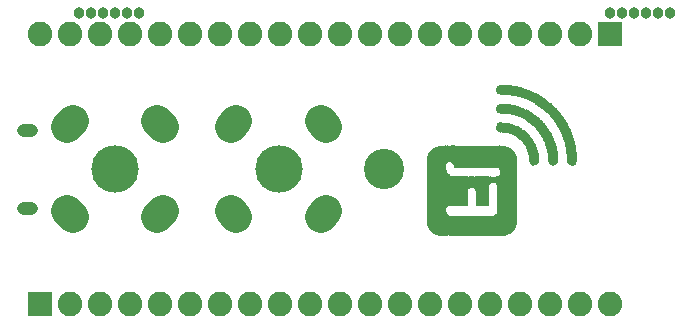
<source format=gbs>
G75*
%MOIN*%
%OFA0B0*%
%FSLAX24Y24*%
%IPPOS*%
%LPD*%
%AMOC8*
5,1,8,0,0,1.08239X$1,22.5*
%
%ADD10R,0.0010X0.2180*%
%ADD11R,0.0010X0.2260*%
%ADD12R,0.0010X0.2340*%
%ADD13R,0.0010X0.2380*%
%ADD14R,0.0010X0.2420*%
%ADD15R,0.0010X0.2460*%
%ADD16R,0.0010X0.2500*%
%ADD17R,0.0010X0.2540*%
%ADD18R,0.0010X0.2560*%
%ADD19R,0.0010X0.2600*%
%ADD20R,0.0010X0.2620*%
%ADD21R,0.0010X0.2640*%
%ADD22R,0.0010X0.2660*%
%ADD23R,0.0010X0.2680*%
%ADD24R,0.0010X0.2720*%
%ADD25R,0.0010X0.2740*%
%ADD26R,0.0010X0.2760*%
%ADD27R,0.0010X0.2780*%
%ADD28R,0.0010X0.2800*%
%ADD29R,0.0010X0.2820*%
%ADD30R,0.0010X0.2840*%
%ADD31R,0.0010X0.2860*%
%ADD32R,0.0010X0.2880*%
%ADD33R,0.0010X0.2900*%
%ADD34R,0.0010X0.2920*%
%ADD35R,0.0010X0.2940*%
%ADD36R,0.0010X0.2960*%
%ADD37R,0.0010X0.2970*%
%ADD38R,0.0010X0.2980*%
%ADD39R,0.0010X0.3000*%
%ADD40R,0.0010X0.0790*%
%ADD41R,0.0010X0.1350*%
%ADD42R,0.0010X0.0650*%
%ADD43R,0.0010X0.0770*%
%ADD44R,0.0010X0.1270*%
%ADD45R,0.0010X0.0630*%
%ADD46R,0.0010X0.0750*%
%ADD47R,0.0010X0.1220*%
%ADD48R,0.0010X0.0610*%
%ADD49R,0.0010X0.0740*%
%ADD50R,0.0010X0.1190*%
%ADD51R,0.0010X0.0600*%
%ADD52R,0.0010X0.0720*%
%ADD53R,0.0010X0.1160*%
%ADD54R,0.0010X0.0590*%
%ADD55R,0.0010X0.0710*%
%ADD56R,0.0010X0.1140*%
%ADD57R,0.0010X0.0580*%
%ADD58R,0.0010X0.1110*%
%ADD59R,0.0010X0.0570*%
%ADD60R,0.0010X0.0700*%
%ADD61R,0.0010X0.1090*%
%ADD62R,0.0010X0.0690*%
%ADD63R,0.0010X0.1080*%
%ADD64R,0.0010X0.0560*%
%ADD65R,0.0010X0.1060*%
%ADD66R,0.0010X0.1050*%
%ADD67R,0.0010X0.0680*%
%ADD68R,0.0010X0.1040*%
%ADD69R,0.0010X0.0550*%
%ADD70R,0.0010X0.1030*%
%ADD71R,0.0010X0.1020*%
%ADD72R,0.0010X0.1010*%
%ADD73R,0.0010X0.1000*%
%ADD74R,0.0010X0.0990*%
%ADD75R,0.0010X0.0980*%
%ADD76R,0.0010X0.0620*%
%ADD77R,0.0010X0.0970*%
%ADD78R,0.0010X0.0640*%
%ADD79R,0.0010X0.0730*%
%ADD80R,0.0010X0.0500*%
%ADD81R,0.0010X0.0460*%
%ADD82R,0.0010X0.0440*%
%ADD83R,0.0010X0.0430*%
%ADD84R,0.0010X0.0410*%
%ADD85R,0.0010X0.0400*%
%ADD86R,0.0010X0.0390*%
%ADD87R,0.0010X0.0380*%
%ADD88R,0.0010X0.0370*%
%ADD89R,0.0010X0.0420*%
%ADD90R,0.0010X0.0320*%
%ADD91R,0.0010X0.0290*%
%ADD92R,0.0010X0.0270*%
%ADD93R,0.0010X0.0260*%
%ADD94R,0.0010X0.0250*%
%ADD95R,0.0010X0.0240*%
%ADD96R,0.0010X0.0230*%
%ADD97R,0.0010X0.0220*%
%ADD98R,0.0010X0.0210*%
%ADD99R,0.0010X0.0200*%
%ADD100R,0.0010X0.0080*%
%ADD101R,0.0010X0.0130*%
%ADD102R,0.0010X0.0760*%
%ADD103R,0.0010X0.0170*%
%ADD104R,0.0010X0.0780*%
%ADD105R,0.0010X0.0300*%
%ADD106R,0.0010X0.0820*%
%ADD107R,0.0010X0.0340*%
%ADD108R,0.0010X0.1980*%
%ADD109R,0.0010X0.1990*%
%ADD110R,0.0010X0.2000*%
%ADD111R,0.0010X0.0280*%
%ADD112R,0.0010X0.2010*%
%ADD113R,0.0010X0.2020*%
%ADD114R,0.0010X0.2030*%
%ADD115R,0.0010X0.2050*%
%ADD116R,0.0010X0.0800*%
%ADD117R,0.0010X0.0310*%
%ADD118R,0.0010X0.2070*%
%ADD119R,0.0010X0.0830*%
%ADD120R,0.0010X0.0330*%
%ADD121R,0.0010X0.2700*%
%ADD122R,0.0010X0.0350*%
%ADD123R,0.0010X0.2580*%
%ADD124R,0.0010X0.2520*%
%ADD125R,0.0010X0.2480*%
%ADD126R,0.0010X0.2440*%
%ADD127R,0.0010X0.2400*%
%ADD128R,0.0010X0.2360*%
%ADD129R,0.0010X0.2300*%
%ADD130R,0.0010X0.0360*%
%ADD131R,0.0010X0.2220*%
%ADD132R,0.0010X0.2100*%
%ADD133R,0.0010X0.0450*%
%ADD134R,0.0010X0.0470*%
%ADD135R,0.0010X0.0490*%
%ADD136R,0.0010X0.0510*%
%ADD137R,0.0010X0.0520*%
%ADD138R,0.0010X0.0540*%
%ADD139R,0.0010X0.0670*%
%ADD140R,0.0010X0.0850*%
%ADD141R,0.0010X0.0880*%
%ADD142R,0.0010X0.0890*%
%ADD143R,0.0010X0.0870*%
%ADD144R,0.0010X0.0860*%
%ADD145R,0.0010X0.0840*%
%ADD146R,0.0010X0.0810*%
%ADD147R,0.0010X0.0480*%
%ADD148R,0.0010X0.0140*%
%ADD149R,0.0010X0.0530*%
%ADD150R,0.0010X0.0660*%
%ADD151R,0.0010X0.1070*%
%ADD152R,0.0010X0.0950*%
%ADD153R,0.0010X0.0930*%
%ADD154R,0.0010X0.0910*%
%ADD155R,0.0010X0.0960*%
%ADD156R,0.0010X0.1240*%
%ADD157R,0.0010X0.1260*%
%ADD158R,0.0010X0.1250*%
%ADD159R,0.0010X0.1230*%
%ADD160R,0.0010X0.1200*%
%ADD161R,0.0010X0.1170*%
%ADD162R,0.0010X0.1150*%
%ADD163R,0.0010X0.1130*%
%ADD164R,0.0010X0.0940*%
%ADD165R,0.0010X0.0190*%
%ADD166C,0.0380*%
%ADD167C,0.1580*%
%ADD168C,0.1080*%
%ADD169R,0.0820X0.0820*%
%ADD170C,0.0820*%
%ADD171C,0.1340*%
%ADD172C,0.0434*%
D10*
X022865Y007290D03*
D11*
X022875Y007290D03*
D12*
X022885Y007290D03*
D13*
X022895Y007290D03*
D14*
X022905Y007290D03*
D15*
X022915Y007290D03*
D16*
X022925Y007290D03*
D17*
X022935Y007290D03*
X025775Y007290D03*
D18*
X022945Y007290D03*
D19*
X022955Y007290D03*
X025755Y007290D03*
D20*
X022965Y007290D03*
D21*
X022975Y007290D03*
X025745Y007290D03*
D22*
X025735Y007290D03*
X022985Y007290D03*
D23*
X022995Y007290D03*
X025725Y007290D03*
D24*
X025705Y007290D03*
X023015Y007290D03*
X023005Y007290D03*
D25*
X023025Y007290D03*
X025695Y007290D03*
D26*
X025685Y007290D03*
X023035Y007290D03*
D27*
X023045Y007290D03*
X025665Y007290D03*
X025675Y007290D03*
D28*
X025655Y007290D03*
X023055Y007290D03*
D29*
X023065Y007290D03*
X023075Y007290D03*
X025645Y007290D03*
D30*
X025635Y007290D03*
X025625Y007290D03*
X023085Y007290D03*
D31*
X023095Y007290D03*
X023105Y007290D03*
X025605Y007290D03*
X025615Y007290D03*
D32*
X025595Y007290D03*
X023125Y007290D03*
X023115Y007290D03*
D33*
X023135Y007290D03*
X023145Y007290D03*
X025565Y007290D03*
X025575Y007290D03*
X025585Y007290D03*
D34*
X025555Y007290D03*
X025545Y007290D03*
X023165Y007290D03*
X023155Y007290D03*
D35*
X023175Y007290D03*
X023185Y007290D03*
X023195Y007290D03*
X025515Y007290D03*
X025525Y007290D03*
X025535Y007290D03*
D36*
X025505Y007290D03*
X025495Y007290D03*
X025485Y007290D03*
X023225Y007290D03*
X023215Y007290D03*
X023205Y007290D03*
D37*
X023235Y007285D03*
D38*
X023245Y007290D03*
X023255Y007290D03*
X023265Y007290D03*
X023275Y007290D03*
X023285Y007290D03*
X025435Y007290D03*
X025445Y007290D03*
X025455Y007290D03*
X025465Y007290D03*
X025475Y007290D03*
D39*
X025425Y007290D03*
X025415Y007290D03*
X025405Y007290D03*
X025395Y007290D03*
X025385Y007290D03*
X025375Y007290D03*
X025365Y007290D03*
X025355Y007290D03*
X025345Y007290D03*
X025335Y007290D03*
X025325Y007290D03*
X025315Y007290D03*
X023475Y007290D03*
X023465Y007290D03*
X023455Y007290D03*
X023445Y007290D03*
X023435Y007290D03*
X023425Y007290D03*
X023415Y007290D03*
X023405Y007290D03*
X023395Y007290D03*
X023385Y007290D03*
X023375Y007290D03*
X023365Y007290D03*
X023355Y007290D03*
X023345Y007290D03*
X023335Y007290D03*
X023325Y007290D03*
X023315Y007290D03*
X023305Y007290D03*
X023295Y007290D03*
D40*
X023485Y006185D03*
X025285Y008395D03*
X026415Y008535D03*
X027465Y009245D03*
D41*
X023485Y007345D03*
D42*
X023485Y008465D03*
X026485Y008475D03*
X027795Y008495D03*
X027385Y009425D03*
X027375Y009445D03*
D43*
X027115Y008535D03*
X025265Y008405D03*
X023495Y006175D03*
D44*
X023495Y007335D03*
D45*
X023495Y008475D03*
X026245Y008845D03*
X026805Y009165D03*
X027365Y009465D03*
X027355Y009485D03*
D46*
X027445Y009295D03*
X026865Y009025D03*
X027775Y008535D03*
X025245Y008415D03*
X023505Y006165D03*
D47*
X023505Y007330D03*
X027605Y008770D03*
D48*
X027335Y009515D03*
X026235Y008865D03*
X023735Y008485D03*
X023505Y008485D03*
D49*
X025225Y008420D03*
X025235Y008420D03*
X026445Y008510D03*
X027125Y008520D03*
X025185Y006160D03*
X023515Y006160D03*
D50*
X023515Y007325D03*
X027625Y008745D03*
D51*
X026785Y009200D03*
X027325Y009540D03*
X023725Y008490D03*
X023515Y008490D03*
D52*
X023775Y008430D03*
X023785Y008430D03*
X026265Y008780D03*
X026455Y008500D03*
X026855Y009050D03*
X027425Y009340D03*
X025165Y006150D03*
X023525Y006150D03*
D53*
X023525Y007320D03*
D54*
X023525Y008495D03*
X023715Y008495D03*
X026505Y008455D03*
X027805Y008475D03*
X026775Y009215D03*
X026765Y009235D03*
X027315Y009555D03*
D55*
X026845Y009075D03*
X027135Y008505D03*
X025155Y006145D03*
X023545Y006145D03*
X023535Y006145D03*
D56*
X023535Y007320D03*
D57*
X023535Y008500D03*
X023705Y008500D03*
X026225Y008890D03*
X027305Y009570D03*
D58*
X027665Y008695D03*
X023545Y007315D03*
D59*
X023545Y008505D03*
X023555Y008505D03*
X023685Y008505D03*
X023695Y008505D03*
X026215Y008905D03*
X026755Y009255D03*
X027295Y009585D03*
X027285Y009605D03*
X027165Y008465D03*
D60*
X027785Y008520D03*
X026465Y008490D03*
X027415Y009360D03*
X023765Y008440D03*
X023555Y006140D03*
X025135Y006140D03*
X025145Y006140D03*
D61*
X023555Y007315D03*
X026925Y008765D03*
X026935Y008745D03*
X026945Y008735D03*
D62*
X027405Y009385D03*
X025125Y006135D03*
X025115Y006135D03*
X023585Y006135D03*
X023575Y006135D03*
X023565Y006135D03*
D63*
X023565Y007310D03*
X026915Y008780D03*
X026955Y008720D03*
X027675Y008680D03*
D64*
X026745Y009270D03*
X027265Y009630D03*
X027275Y009620D03*
X026515Y008440D03*
X023675Y008510D03*
X023665Y008510D03*
X023655Y008510D03*
X023585Y008510D03*
X023575Y008510D03*
X023565Y008510D03*
D65*
X023575Y007310D03*
X026905Y008810D03*
D66*
X026985Y008685D03*
X027685Y008665D03*
X023585Y007305D03*
D67*
X023595Y006130D03*
X023605Y006130D03*
X023615Y006130D03*
X023625Y006130D03*
X023635Y006130D03*
X023645Y006130D03*
X023655Y006130D03*
X023665Y006130D03*
X023675Y006130D03*
X023685Y006130D03*
X023695Y006130D03*
X023705Y006130D03*
X023715Y006130D03*
X023725Y006130D03*
X023735Y006130D03*
X023745Y006130D03*
X023755Y006130D03*
X023765Y006130D03*
X023775Y006130D03*
X023785Y006130D03*
X023795Y006130D03*
X023805Y006130D03*
X023815Y006130D03*
X023825Y006130D03*
X023835Y006130D03*
X023845Y006130D03*
X023855Y006130D03*
X023865Y006130D03*
X023875Y006130D03*
X023885Y006130D03*
X023895Y006130D03*
X023905Y006130D03*
X023915Y006130D03*
X023925Y006130D03*
X023935Y006130D03*
X023945Y006130D03*
X023955Y006130D03*
X023965Y006130D03*
X023975Y006130D03*
X023985Y006130D03*
X023995Y006130D03*
X024005Y006130D03*
X024015Y006130D03*
X024025Y006130D03*
X024035Y006130D03*
X024045Y006130D03*
X024055Y006130D03*
X024065Y006130D03*
X024075Y006130D03*
X024085Y006130D03*
X024095Y006130D03*
X024105Y006130D03*
X024115Y006130D03*
X024125Y006130D03*
X024135Y006130D03*
X024145Y006130D03*
X024155Y006130D03*
X024165Y006130D03*
X024175Y006130D03*
X024185Y006130D03*
X024195Y006130D03*
X024205Y006130D03*
X024215Y006130D03*
X024225Y006130D03*
X024235Y006130D03*
X024245Y006130D03*
X024255Y006130D03*
X024265Y006130D03*
X024275Y006130D03*
X024285Y006130D03*
X024295Y006130D03*
X024305Y006130D03*
X024315Y006130D03*
X024325Y006130D03*
X024335Y006130D03*
X024345Y006130D03*
X024355Y006130D03*
X024365Y006130D03*
X024375Y006130D03*
X024385Y006130D03*
X024395Y006130D03*
X024405Y006130D03*
X024415Y006130D03*
X024425Y006130D03*
X024435Y006130D03*
X024445Y006130D03*
X024455Y006130D03*
X024465Y006130D03*
X024475Y006130D03*
X024485Y006130D03*
X024495Y006130D03*
X024505Y006130D03*
X024515Y006130D03*
X024525Y006130D03*
X024535Y006130D03*
X024545Y006130D03*
X024555Y006130D03*
X024565Y006130D03*
X024575Y006130D03*
X024585Y006130D03*
X024595Y006130D03*
X024605Y006130D03*
X024615Y006130D03*
X024625Y006130D03*
X024635Y006130D03*
X024645Y006130D03*
X024655Y006130D03*
X024665Y006130D03*
X024675Y006130D03*
X024685Y006130D03*
X024695Y006130D03*
X024705Y006130D03*
X024715Y006130D03*
X024725Y006130D03*
X024735Y006130D03*
X024745Y006130D03*
X024755Y006130D03*
X024765Y006130D03*
X024775Y006130D03*
X024785Y006130D03*
X024795Y006130D03*
X024805Y006130D03*
X024815Y006130D03*
X024825Y006130D03*
X024835Y006130D03*
X024845Y006130D03*
X024855Y006130D03*
X024865Y006130D03*
X024875Y006130D03*
X024885Y006130D03*
X024895Y006130D03*
X024905Y006130D03*
X024915Y006130D03*
X024925Y006130D03*
X024935Y006130D03*
X024945Y006130D03*
X024955Y006130D03*
X024965Y006130D03*
X024975Y006130D03*
X024985Y006130D03*
X024995Y006130D03*
X025005Y006130D03*
X025015Y006130D03*
X025025Y006130D03*
X025035Y006130D03*
X025045Y006130D03*
X025055Y006130D03*
X025065Y006130D03*
X025075Y006130D03*
X025085Y006130D03*
X025095Y006130D03*
X025105Y006130D03*
X026475Y008480D03*
X026835Y009100D03*
D68*
X026995Y008670D03*
X023595Y007300D03*
D69*
X023595Y008515D03*
X023605Y008515D03*
X023615Y008515D03*
X023625Y008515D03*
X023635Y008515D03*
X023645Y008515D03*
X026205Y008925D03*
X026735Y009285D03*
X027255Y009645D03*
D70*
X027525Y009015D03*
X027695Y008655D03*
X023605Y007305D03*
D71*
X023615Y007300D03*
X027005Y008660D03*
D72*
X027015Y008645D03*
X023635Y007295D03*
X023625Y007295D03*
D73*
X023645Y007290D03*
X023655Y007290D03*
X023665Y007290D03*
X027705Y008640D03*
D74*
X027025Y008635D03*
X023695Y007285D03*
X023685Y007285D03*
X023675Y007285D03*
D75*
X023705Y007280D03*
X023715Y007280D03*
X023725Y007280D03*
X023735Y007280D03*
X023745Y007280D03*
D76*
X023745Y008480D03*
X026495Y008460D03*
X027155Y008480D03*
X026795Y009180D03*
X027345Y009500D03*
D77*
X027035Y008625D03*
X027715Y008625D03*
X024915Y007275D03*
X024905Y007275D03*
X024895Y007275D03*
X024885Y007275D03*
X024875Y007275D03*
X024865Y007275D03*
X024855Y007275D03*
X024845Y007275D03*
X024835Y007275D03*
X024825Y007275D03*
X024815Y007275D03*
X024805Y007275D03*
X024795Y007275D03*
X024785Y007275D03*
X024775Y007275D03*
X024765Y007275D03*
X024755Y007275D03*
X024745Y007275D03*
X024735Y007275D03*
X024725Y007275D03*
X024715Y007275D03*
X024705Y007275D03*
X024695Y007275D03*
X024685Y007275D03*
X024675Y007275D03*
X024665Y007275D03*
X024655Y007275D03*
X024645Y007275D03*
X024635Y007275D03*
X024625Y007275D03*
X024615Y007275D03*
X024605Y007275D03*
X024595Y007275D03*
X024585Y007275D03*
X024575Y007275D03*
X024565Y007275D03*
X024555Y007275D03*
X024545Y007275D03*
X024535Y007275D03*
X024525Y007275D03*
X024515Y007275D03*
X024505Y007275D03*
X024495Y007275D03*
X024195Y007275D03*
X024185Y007275D03*
X024175Y007275D03*
X024165Y007275D03*
X024155Y007275D03*
X024145Y007275D03*
X024135Y007275D03*
X024125Y007275D03*
X024115Y007275D03*
X024105Y007275D03*
X024095Y007275D03*
X024085Y007275D03*
X024075Y007275D03*
X024065Y007275D03*
X024055Y007275D03*
X024045Y007275D03*
X024035Y007275D03*
X024025Y007275D03*
X024015Y007275D03*
X024005Y007275D03*
X023995Y007275D03*
X023985Y007275D03*
X023975Y007275D03*
X023965Y007275D03*
X023955Y007275D03*
X023945Y007275D03*
X023935Y007275D03*
X023925Y007275D03*
X023915Y007275D03*
X023905Y007275D03*
X023895Y007275D03*
X023885Y007275D03*
X023875Y007275D03*
X023865Y007275D03*
X023855Y007275D03*
X023845Y007275D03*
X023835Y007275D03*
X023825Y007275D03*
X023815Y007275D03*
X023805Y007275D03*
X023795Y007275D03*
X023785Y007275D03*
X023775Y007275D03*
X023765Y007275D03*
X023755Y007275D03*
D78*
X023755Y008470D03*
X026815Y009140D03*
D79*
X027435Y009315D03*
X025215Y008425D03*
X025205Y008425D03*
X025195Y008425D03*
X025185Y008425D03*
X025175Y008425D03*
X025165Y008425D03*
X025155Y008425D03*
X025145Y008425D03*
X025135Y008425D03*
X025125Y008425D03*
X025115Y008425D03*
X025105Y008425D03*
X025095Y008425D03*
X025085Y008425D03*
X025075Y008425D03*
X025065Y008425D03*
X025055Y008425D03*
X025045Y008425D03*
X025035Y008425D03*
X025025Y008425D03*
X025015Y008425D03*
X025005Y008425D03*
X024995Y008425D03*
X024985Y008425D03*
X024975Y008425D03*
X024965Y008425D03*
X024955Y008425D03*
X024945Y008425D03*
X024935Y008425D03*
X024925Y008425D03*
X024915Y008425D03*
X024905Y008425D03*
X024895Y008425D03*
X024885Y008425D03*
X024875Y008425D03*
X024865Y008425D03*
X024855Y008425D03*
X024845Y008425D03*
X024835Y008425D03*
X024825Y008425D03*
X024815Y008425D03*
X024805Y008425D03*
X024795Y008425D03*
X024785Y008425D03*
X024775Y008425D03*
X024765Y008425D03*
X024755Y008425D03*
X024745Y008425D03*
X024735Y008425D03*
X024725Y008425D03*
X024715Y008425D03*
X024705Y008425D03*
X024695Y008425D03*
X024685Y008425D03*
X024675Y008425D03*
X024665Y008425D03*
X024655Y008425D03*
X024645Y008425D03*
X024635Y008425D03*
X024625Y008425D03*
X024615Y008425D03*
X024605Y008425D03*
X024595Y008425D03*
X024585Y008425D03*
X024575Y008425D03*
X024565Y008425D03*
X024555Y008425D03*
X024545Y008425D03*
X024535Y008425D03*
X024525Y008425D03*
X024515Y008425D03*
X024505Y008425D03*
X024495Y008425D03*
X024485Y008425D03*
X024475Y008425D03*
X024465Y008425D03*
X024455Y008425D03*
X024445Y008425D03*
X024435Y008425D03*
X024425Y008425D03*
X024415Y008425D03*
X024405Y008425D03*
X024395Y008425D03*
X024385Y008425D03*
X024375Y008425D03*
X024365Y008425D03*
X024355Y008425D03*
X024345Y008425D03*
X024335Y008425D03*
X024325Y008425D03*
X024315Y008425D03*
X024305Y008425D03*
X024295Y008425D03*
X024285Y008425D03*
X024275Y008425D03*
X024265Y008425D03*
X024255Y008425D03*
X024245Y008425D03*
X024235Y008425D03*
X024225Y008425D03*
X024215Y008425D03*
X024205Y008425D03*
X024195Y008425D03*
X024185Y008425D03*
X024175Y008425D03*
X024165Y008425D03*
X024155Y008425D03*
X024145Y008425D03*
X024135Y008425D03*
X024125Y008425D03*
X024115Y008425D03*
X024105Y008425D03*
X024095Y008425D03*
X024085Y008425D03*
X024075Y008425D03*
X024065Y008425D03*
X024055Y008425D03*
X024045Y008425D03*
X024035Y008425D03*
X024025Y008425D03*
X024015Y008425D03*
X024005Y008425D03*
X023995Y008425D03*
X023985Y008425D03*
X023975Y008425D03*
X023965Y008425D03*
X023955Y008425D03*
X023945Y008425D03*
X023935Y008425D03*
X023925Y008425D03*
X023915Y008425D03*
X023905Y008425D03*
X023895Y008425D03*
X023885Y008425D03*
X023875Y008425D03*
X023865Y008425D03*
X023855Y008425D03*
X023845Y008425D03*
X023835Y008425D03*
X023825Y008425D03*
X023815Y008425D03*
X023805Y008425D03*
X023795Y008425D03*
X025175Y006155D03*
D80*
X024205Y007510D03*
X026155Y009000D03*
X026165Y008990D03*
X026665Y009380D03*
X027155Y009780D03*
X027165Y009770D03*
D81*
X027065Y009890D03*
X027055Y009900D03*
X027045Y009910D03*
X027035Y009920D03*
X026585Y009480D03*
X026575Y009490D03*
X026565Y009500D03*
X026115Y009050D03*
X026105Y009060D03*
X027185Y008430D03*
X024485Y007530D03*
X024215Y007530D03*
D82*
X024225Y007540D03*
X024475Y007540D03*
X026545Y008410D03*
X026085Y009080D03*
X026535Y009530D03*
X026545Y009520D03*
X026525Y009540D03*
X026515Y009550D03*
X026505Y009560D03*
X027825Y008430D03*
D83*
X026075Y009095D03*
X026065Y009105D03*
X026055Y009115D03*
X026495Y009565D03*
X026945Y010015D03*
X026955Y010005D03*
X026965Y009995D03*
X026935Y010025D03*
X026925Y010035D03*
X026915Y010045D03*
X024465Y007545D03*
X024235Y007545D03*
D84*
X024245Y007555D03*
X024445Y007555D03*
X026015Y009145D03*
X026455Y009605D03*
X026445Y009615D03*
X026435Y009625D03*
X026425Y009635D03*
X026865Y010085D03*
X026855Y010095D03*
X026845Y010105D03*
X026835Y010115D03*
X026805Y010135D03*
X026795Y010145D03*
D85*
X026785Y010150D03*
X026775Y010160D03*
X026765Y010170D03*
X026725Y010200D03*
X026815Y010130D03*
X026825Y010120D03*
X026395Y009660D03*
X026385Y009660D03*
X026375Y009670D03*
X026365Y009680D03*
X026405Y009650D03*
X026415Y009640D03*
X025995Y009170D03*
X026005Y009160D03*
X025975Y009180D03*
X024435Y007560D03*
X024265Y007560D03*
X024255Y007560D03*
D86*
X024275Y007565D03*
X024415Y007565D03*
X024425Y007565D03*
X026555Y008395D03*
X027195Y008405D03*
X025985Y009175D03*
X025965Y009185D03*
X025955Y009195D03*
X026315Y009715D03*
X026335Y009705D03*
X026345Y009695D03*
X026355Y009685D03*
X026715Y010205D03*
X026705Y010215D03*
X026735Y010195D03*
X026745Y010185D03*
X026755Y010175D03*
X026675Y010235D03*
D87*
X026685Y010230D03*
X026695Y010220D03*
X026665Y010240D03*
X026655Y010250D03*
X026645Y010260D03*
X026635Y010260D03*
X026625Y010270D03*
X026605Y010280D03*
X026595Y010290D03*
X026285Y009740D03*
X026295Y009730D03*
X026305Y009720D03*
X026325Y009710D03*
X026265Y009750D03*
X026235Y009770D03*
X025925Y009220D03*
X025935Y009210D03*
X025945Y009200D03*
X025905Y009230D03*
X024405Y007570D03*
X024395Y007570D03*
X024305Y007570D03*
X024295Y007570D03*
X024285Y007570D03*
D88*
X024315Y007575D03*
X024325Y007575D03*
X024335Y007575D03*
X024345Y007575D03*
X024355Y007575D03*
X024365Y007575D03*
X024375Y007575D03*
X024385Y007575D03*
X025865Y009255D03*
X025885Y009245D03*
X025895Y009235D03*
X025915Y009225D03*
X026255Y009755D03*
X026245Y009765D03*
X026225Y009775D03*
X026215Y009785D03*
X026205Y009785D03*
X026195Y009795D03*
X026175Y009805D03*
X026275Y009745D03*
X026615Y010275D03*
X026585Y010295D03*
X026575Y010305D03*
X026565Y010305D03*
X026555Y010315D03*
X026535Y010325D03*
X026525Y010335D03*
X026505Y010345D03*
X026485Y010355D03*
D89*
X026875Y010080D03*
X026885Y010070D03*
X026895Y010060D03*
X026905Y010050D03*
X026465Y009600D03*
X026475Y009590D03*
X026485Y009580D03*
X026035Y009130D03*
X026045Y009120D03*
X026025Y009140D03*
X024455Y007550D03*
D90*
X024925Y007600D03*
X025615Y009360D03*
X025585Y009370D03*
X025575Y009370D03*
X025565Y009370D03*
X025545Y009380D03*
X025535Y009380D03*
X025525Y009380D03*
X025515Y009380D03*
X025505Y009380D03*
X025485Y009390D03*
X025475Y009390D03*
X025465Y009390D03*
X025455Y009390D03*
X025445Y009390D03*
X025435Y009390D03*
X025355Y009400D03*
X025345Y009400D03*
X025335Y009400D03*
X025325Y009400D03*
X025325Y010030D03*
X025335Y010030D03*
X025345Y010030D03*
X025355Y010030D03*
X025365Y010030D03*
X025375Y010030D03*
X025385Y010030D03*
X025315Y010030D03*
X025465Y010020D03*
X025475Y010020D03*
X025485Y010020D03*
X025495Y010020D03*
X025505Y010020D03*
X025515Y010020D03*
X025525Y010020D03*
X025555Y010010D03*
X025565Y010010D03*
X025575Y010010D03*
X025585Y010010D03*
X025595Y010010D03*
X025605Y010010D03*
X025615Y010000D03*
X025625Y010000D03*
X025635Y010000D03*
X025645Y010000D03*
X025655Y010000D03*
X025675Y009990D03*
X025685Y009990D03*
X025695Y009990D03*
X025705Y009990D03*
X025725Y009980D03*
X025735Y009980D03*
X025745Y009980D03*
X025775Y009970D03*
X025885Y010590D03*
X025895Y010590D03*
X025905Y010590D03*
X025935Y010580D03*
X026005Y010560D03*
X025865Y010600D03*
X025855Y010600D03*
X025845Y010600D03*
X025825Y010610D03*
X025815Y010610D03*
X025805Y010610D03*
X025795Y010610D03*
X025775Y010620D03*
X025765Y010620D03*
X025755Y010620D03*
X025745Y010620D03*
X025735Y010620D03*
X025725Y010630D03*
X025715Y010630D03*
X025705Y010630D03*
X025695Y010630D03*
X025685Y010630D03*
X025675Y010630D03*
X025655Y010640D03*
X025645Y010640D03*
X025635Y010640D03*
X025625Y010640D03*
X025615Y010640D03*
X025605Y010640D03*
X025565Y010650D03*
X025555Y010650D03*
X025545Y010650D03*
X025535Y010650D03*
X025525Y010650D03*
X025515Y010650D03*
X025505Y010650D03*
X025495Y010650D03*
X025405Y010660D03*
X025395Y010660D03*
X025385Y010660D03*
X025375Y010660D03*
X025365Y010660D03*
X025355Y010660D03*
X025345Y010660D03*
X025335Y010660D03*
X025325Y010660D03*
X025315Y010660D03*
D91*
X025265Y010655D03*
X025265Y010025D03*
X025265Y009395D03*
X024935Y007615D03*
D92*
X024945Y007625D03*
X025195Y007625D03*
X025245Y009395D03*
X025245Y010025D03*
X025245Y010655D03*
D93*
X025235Y010660D03*
X025235Y010030D03*
X025235Y009400D03*
X025185Y007630D03*
X024955Y007630D03*
D94*
X024965Y007635D03*
X025175Y007635D03*
X026575Y008355D03*
D95*
X025165Y007640D03*
X024975Y007640D03*
X025225Y009400D03*
X025225Y010030D03*
X025225Y010660D03*
D96*
X025155Y007645D03*
X025145Y007645D03*
X024985Y007645D03*
D97*
X024995Y007650D03*
X025005Y007650D03*
X025125Y007650D03*
X025135Y007650D03*
X025215Y009400D03*
X025215Y010030D03*
X025215Y010660D03*
D98*
X025115Y007655D03*
X025105Y007655D03*
X025095Y007655D03*
X025085Y007655D03*
X025055Y007655D03*
X025045Y007655D03*
X025035Y007655D03*
X025025Y007655D03*
X025015Y007655D03*
D99*
X025065Y007660D03*
X025075Y007660D03*
X025205Y009400D03*
X025205Y010030D03*
X025205Y010660D03*
D100*
X025175Y010660D03*
X025175Y010030D03*
X025175Y009400D03*
D101*
X025185Y009395D03*
X025185Y010025D03*
X025185Y010655D03*
D102*
X027455Y009270D03*
X026435Y008520D03*
X025255Y008410D03*
X025195Y006170D03*
D103*
X027215Y008345D03*
X025195Y009395D03*
X025195Y010025D03*
X025195Y010655D03*
D104*
X026875Y008990D03*
X026425Y008530D03*
X025275Y008400D03*
X025205Y006180D03*
D105*
X025205Y007620D03*
X027205Y008380D03*
X025285Y009400D03*
X025275Y009400D03*
X025275Y010030D03*
X025285Y010030D03*
X025285Y010660D03*
X025275Y010660D03*
D106*
X025215Y006200D03*
D107*
X025215Y007600D03*
X027835Y008400D03*
X025775Y009300D03*
X025755Y009310D03*
X025735Y009320D03*
X025725Y009320D03*
X025715Y009330D03*
X025705Y009330D03*
X025675Y009340D03*
X025925Y009920D03*
X025935Y009920D03*
X025955Y009910D03*
X025965Y009910D03*
X025975Y009900D03*
X025985Y009900D03*
X026005Y009890D03*
X026025Y009880D03*
X025905Y009930D03*
X025875Y009940D03*
X026095Y010530D03*
X026125Y010520D03*
X026155Y010510D03*
X026175Y010500D03*
X026185Y010500D03*
X026195Y010490D03*
X026205Y010490D03*
X026215Y010490D03*
X026225Y010480D03*
X026235Y010480D03*
X026245Y010470D03*
X026255Y010470D03*
X026275Y010460D03*
X026295Y010450D03*
D108*
X025225Y006780D03*
D109*
X025235Y006785D03*
X025245Y006785D03*
D110*
X025255Y006790D03*
D111*
X025255Y009400D03*
X025255Y010030D03*
X025255Y010660D03*
D112*
X025265Y006795D03*
D113*
X025275Y006800D03*
D114*
X025285Y006805D03*
D115*
X025295Y006815D03*
D116*
X025295Y008390D03*
X027105Y008540D03*
X027765Y008550D03*
D117*
X025495Y009385D03*
X025425Y009395D03*
X025415Y009395D03*
X025405Y009395D03*
X025395Y009395D03*
X025385Y009395D03*
X025375Y009395D03*
X025365Y009395D03*
X025315Y009395D03*
X025305Y009395D03*
X025295Y009395D03*
X025295Y010025D03*
X025305Y010025D03*
X025395Y010025D03*
X025405Y010025D03*
X025415Y010025D03*
X025425Y010025D03*
X025435Y010025D03*
X025445Y010025D03*
X025455Y010025D03*
X025535Y010015D03*
X025545Y010015D03*
X025575Y010645D03*
X025585Y010645D03*
X025595Y010645D03*
X025665Y010635D03*
X025485Y010655D03*
X025475Y010655D03*
X025465Y010655D03*
X025455Y010655D03*
X025445Y010655D03*
X025435Y010655D03*
X025425Y010655D03*
X025415Y010655D03*
X025305Y010655D03*
X025295Y010655D03*
D118*
X025305Y006825D03*
D119*
X025305Y008375D03*
X026395Y008555D03*
X026885Y008955D03*
X027095Y008555D03*
X027755Y008565D03*
D120*
X026565Y008375D03*
X025695Y009335D03*
X025685Y009335D03*
X025665Y009345D03*
X025655Y009345D03*
X025645Y009355D03*
X025635Y009355D03*
X025625Y009355D03*
X025605Y009365D03*
X025595Y009365D03*
X025555Y009375D03*
X025665Y009995D03*
X025715Y009985D03*
X025755Y009975D03*
X025765Y009975D03*
X025785Y009965D03*
X025795Y009965D03*
X025805Y009965D03*
X025815Y009955D03*
X025825Y009955D03*
X025835Y009955D03*
X025845Y009945D03*
X025855Y009945D03*
X025865Y009945D03*
X025885Y009935D03*
X025895Y009935D03*
X025915Y009925D03*
X025945Y009915D03*
X026135Y010515D03*
X026145Y010515D03*
X026165Y010505D03*
X026115Y010525D03*
X026105Y010525D03*
X026085Y010535D03*
X026075Y010535D03*
X026065Y010545D03*
X026055Y010545D03*
X026045Y010545D03*
X026035Y010555D03*
X026025Y010555D03*
X026015Y010555D03*
X025995Y010565D03*
X025985Y010565D03*
X025975Y010565D03*
X025965Y010575D03*
X025955Y010575D03*
X025945Y010575D03*
X025925Y010585D03*
X025915Y010585D03*
X025875Y010595D03*
X025835Y010605D03*
X025785Y010615D03*
D121*
X025715Y007290D03*
D122*
X025825Y009275D03*
X025815Y009285D03*
X025805Y009285D03*
X025795Y009295D03*
X025785Y009295D03*
X025765Y009305D03*
X025745Y009315D03*
X026075Y009855D03*
X026085Y009855D03*
X026095Y009845D03*
X026105Y009845D03*
X026125Y009835D03*
X026065Y009865D03*
X026055Y009865D03*
X026045Y009875D03*
X026035Y009875D03*
X026015Y009885D03*
X025995Y009895D03*
X026285Y010455D03*
X026305Y010445D03*
X026315Y010445D03*
X026325Y010435D03*
X026335Y010435D03*
X026345Y010425D03*
X026355Y010425D03*
X026365Y010415D03*
X026375Y010415D03*
X026395Y010405D03*
X026415Y010395D03*
X026265Y010465D03*
D123*
X025765Y007290D03*
D124*
X025785Y007290D03*
D125*
X025795Y007290D03*
D126*
X025805Y007290D03*
D127*
X025815Y007290D03*
D128*
X025825Y007290D03*
D129*
X025835Y007290D03*
D130*
X025875Y009250D03*
X025855Y009260D03*
X025845Y009270D03*
X025835Y009270D03*
X026145Y009820D03*
X026155Y009820D03*
X026165Y009810D03*
X026185Y009800D03*
X026135Y009830D03*
X026115Y009840D03*
X026495Y010350D03*
X026515Y010340D03*
X026545Y010320D03*
X026475Y010360D03*
X026465Y010370D03*
X026455Y010370D03*
X026445Y010380D03*
X026435Y010380D03*
X026425Y010390D03*
X026405Y010400D03*
X026385Y010410D03*
D131*
X025845Y007290D03*
D132*
X025855Y007290D03*
D133*
X026095Y009075D03*
X026555Y009505D03*
X027005Y009955D03*
X027015Y009945D03*
X027025Y009935D03*
X026995Y009965D03*
X026985Y009975D03*
X026975Y009985D03*
D134*
X027075Y009875D03*
X027085Y009865D03*
X027095Y009855D03*
X026615Y009445D03*
X026605Y009455D03*
X026595Y009465D03*
X026135Y009025D03*
X026125Y009035D03*
D135*
X026145Y009015D03*
X026645Y009405D03*
X026655Y009395D03*
X027135Y009805D03*
X027145Y009795D03*
D136*
X027175Y009755D03*
X027185Y009745D03*
X026685Y009355D03*
X026675Y009365D03*
X026175Y008975D03*
D137*
X026185Y008960D03*
X026695Y009340D03*
X027195Y009730D03*
X027205Y009720D03*
X027815Y008460D03*
X026525Y008430D03*
D138*
X026195Y008940D03*
X026715Y009310D03*
X026725Y009300D03*
X027245Y009660D03*
X027235Y009680D03*
X027225Y009690D03*
D139*
X027395Y009405D03*
X026255Y008815D03*
D140*
X026275Y008705D03*
X026375Y008575D03*
D141*
X026345Y008600D03*
X026335Y008610D03*
X026295Y008660D03*
X026285Y008680D03*
X026895Y008910D03*
X027495Y009150D03*
X027075Y008580D03*
D142*
X026325Y008625D03*
X026315Y008635D03*
X026305Y008645D03*
D143*
X026355Y008595D03*
X027745Y008585D03*
D144*
X027085Y008570D03*
X026365Y008580D03*
D145*
X026385Y008560D03*
X027485Y009180D03*
D146*
X027475Y009215D03*
X026405Y008545D03*
D147*
X026535Y008420D03*
X026635Y009420D03*
X026625Y009430D03*
X027105Y009840D03*
X027115Y009830D03*
X027125Y009820D03*
D148*
X026585Y008330D03*
D149*
X027175Y008445D03*
X026705Y009325D03*
X027215Y009705D03*
D150*
X026825Y009120D03*
X027145Y008490D03*
D151*
X026975Y008695D03*
X026965Y008705D03*
D152*
X027045Y008615D03*
D153*
X027055Y008605D03*
D154*
X027065Y008595D03*
X027735Y008595D03*
X027505Y009115D03*
D155*
X027515Y009070D03*
D156*
X027535Y008900D03*
X027585Y008800D03*
D157*
X027565Y008830D03*
X027555Y008850D03*
X027545Y008870D03*
D158*
X027575Y008815D03*
D159*
X027595Y008785D03*
D160*
X027615Y008760D03*
D161*
X027635Y008735D03*
D162*
X027645Y008715D03*
D163*
X027655Y008705D03*
D164*
X027725Y008610D03*
D165*
X027845Y008355D03*
D166*
X028945Y013215D03*
X029345Y013215D03*
X029745Y013215D03*
X030145Y013215D03*
X030545Y013215D03*
X030945Y013215D03*
X013245Y013215D03*
X012845Y013215D03*
X012445Y013215D03*
X012045Y013215D03*
X011645Y013215D03*
X011245Y013215D03*
D167*
X012445Y008015D03*
X017895Y008015D03*
D168*
X019483Y006603D02*
X019307Y006427D01*
X016483Y006427D02*
X016307Y006603D01*
X014033Y006603D02*
X013857Y006427D01*
X011033Y006427D02*
X010857Y006603D01*
X010857Y009427D02*
X011033Y009603D01*
X013857Y009603D02*
X014033Y009427D01*
X016307Y009427D02*
X016483Y009603D01*
X019307Y009603D02*
X019483Y009427D01*
D169*
X009945Y003515D03*
X028945Y012515D03*
D170*
X027945Y012515D03*
X026945Y012515D03*
X025945Y012515D03*
X024945Y012515D03*
X023945Y012515D03*
X022945Y012515D03*
X021945Y012515D03*
X020945Y012515D03*
X019945Y012515D03*
X018945Y012515D03*
X017945Y012515D03*
X016945Y012515D03*
X015945Y012515D03*
X014945Y012515D03*
X013945Y012515D03*
X012945Y012515D03*
X011945Y012515D03*
X010945Y012515D03*
X009945Y012515D03*
X010945Y003515D03*
X011945Y003515D03*
X012945Y003515D03*
X013945Y003515D03*
X014945Y003515D03*
X015945Y003515D03*
X016945Y003515D03*
X017945Y003515D03*
X018945Y003515D03*
X019945Y003515D03*
X020945Y003515D03*
X021945Y003515D03*
X022945Y003515D03*
X023945Y003515D03*
X024945Y003515D03*
X025945Y003515D03*
X026945Y003515D03*
X027945Y003515D03*
X028945Y003515D03*
D171*
X021395Y008015D03*
D172*
X009658Y006716D02*
X009382Y006716D01*
X009378Y009314D02*
X009654Y009314D01*
M02*

</source>
